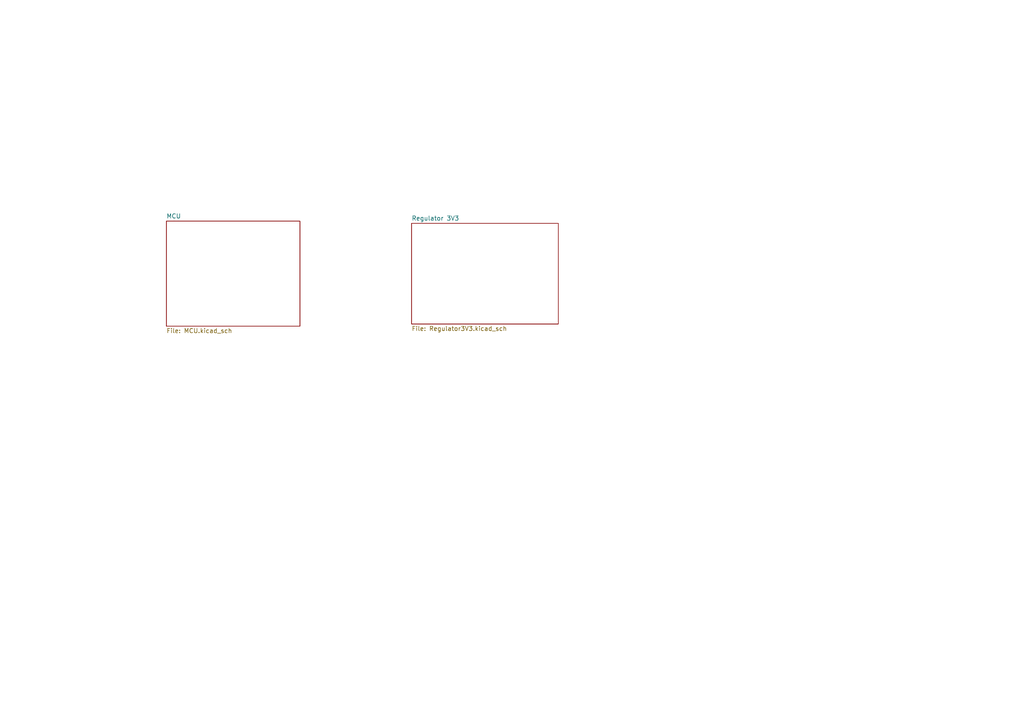
<source format=kicad_sch>
(kicad_sch (version 20230121) (generator eeschema)
  (paper "A4")
  (lib_symbols)
  (sheet (at 48.26 64.135) (size 38.735 30.48) (stroke (width 0.1524))
    (property "Sheetname" "MCU" (at 48.26 63.4234 0) (effects (justify left bottom)))
    (property "Sheetfile" "MCU.kicad_sch" (at 48.26 95.1996 0) (effects (justify left top)))
  )
  (sheet (at 119.38 64.77) (size 42.545 29.21) (stroke (width 0.1524))
    (property "Sheetname" "Regulator 3V3" (at 119.38 64.0584 0) (effects (justify left bottom)))
    (property "Sheetfile" "Regulator3V3.kicad_sch" (at 119.38 94.5646 0) (effects (justify left top)))
  )
)
</source>
